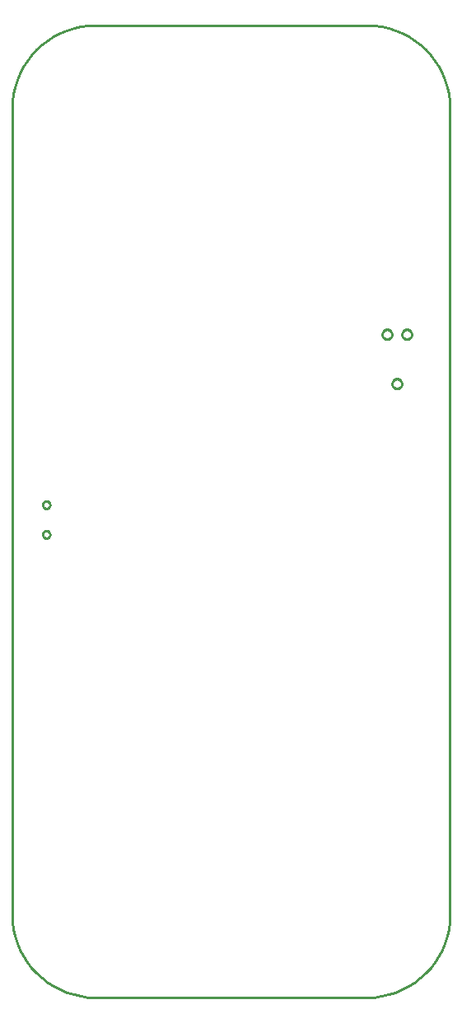
<source format=gko>
G04 EAGLE Gerber RS-274X export*
G75*
%MOMM*%
%FSLAX34Y34*%
%LPD*%
%IN*%
%IPPOS*%
%AMOC8*
5,1,8,0,0,1.08239X$1,22.5*%
G01*
%ADD10C,0.254000*%


D10*
X0Y85355D02*
X325Y77916D01*
X1297Y70533D01*
X2908Y63264D01*
X5148Y56162D01*
X7997Y49283D01*
X11435Y42678D01*
X15436Y36397D01*
X19969Y30490D01*
X25000Y25000D01*
X30490Y19969D01*
X36397Y15436D01*
X42678Y11435D01*
X49283Y7997D01*
X56162Y5148D01*
X63264Y2908D01*
X70533Y1297D01*
X77916Y325D01*
X85355Y0D01*
X364645Y0D01*
X372084Y325D01*
X379467Y1297D01*
X386736Y2908D01*
X393838Y5148D01*
X400717Y7997D01*
X407322Y11435D01*
X413603Y15436D01*
X419510Y19969D01*
X425000Y25000D01*
X430031Y30490D01*
X434564Y36397D01*
X438565Y42678D01*
X442003Y49283D01*
X444852Y56162D01*
X447092Y63264D01*
X448703Y70533D01*
X449675Y77916D01*
X450000Y85355D01*
X450000Y914645D01*
X449675Y922084D01*
X448703Y929467D01*
X447092Y936736D01*
X444852Y943838D01*
X442003Y950717D01*
X438565Y957322D01*
X434564Y963603D01*
X430031Y969510D01*
X425000Y975000D01*
X419510Y980031D01*
X413603Y984564D01*
X407322Y988565D01*
X400717Y992003D01*
X393838Y994852D01*
X386736Y997092D01*
X379467Y998703D01*
X372084Y999675D01*
X364645Y1000000D01*
X85355Y1000000D01*
X77916Y999675D01*
X70533Y998703D01*
X63264Y997092D01*
X56162Y994852D01*
X49283Y992003D01*
X42678Y988565D01*
X36397Y984564D01*
X30490Y980031D01*
X25000Y975000D01*
X19969Y969510D01*
X15436Y963603D01*
X11435Y957322D01*
X7997Y950717D01*
X5148Y943838D01*
X2908Y936736D01*
X1297Y929467D01*
X325Y922084D01*
X0Y914645D01*
X0Y85355D01*
X395778Y636255D02*
X396331Y636193D01*
X396874Y636069D01*
X397399Y635885D01*
X397901Y635644D01*
X398372Y635347D01*
X398807Y635000D01*
X399200Y634607D01*
X399547Y634172D01*
X399844Y633701D01*
X400085Y633199D01*
X400269Y632674D01*
X400393Y632131D01*
X400455Y631578D01*
X400455Y631022D01*
X400393Y630469D01*
X400269Y629926D01*
X400085Y629401D01*
X399844Y628899D01*
X399547Y628428D01*
X399200Y627993D01*
X398807Y627600D01*
X398372Y627253D01*
X397901Y626956D01*
X397399Y626715D01*
X396874Y626531D01*
X396331Y626407D01*
X395778Y626345D01*
X395222Y626345D01*
X394669Y626407D01*
X394126Y626531D01*
X393601Y626715D01*
X393099Y626956D01*
X392628Y627253D01*
X392193Y627600D01*
X391800Y627993D01*
X391453Y628428D01*
X391156Y628899D01*
X390915Y629401D01*
X390731Y629926D01*
X390607Y630469D01*
X390545Y631022D01*
X390545Y631578D01*
X390607Y632131D01*
X390731Y632674D01*
X390915Y633199D01*
X391156Y633701D01*
X391453Y634172D01*
X391800Y634607D01*
X392193Y635000D01*
X392628Y635347D01*
X393099Y635644D01*
X393601Y635885D01*
X394126Y636069D01*
X394669Y636193D01*
X395222Y636255D01*
X395778Y636255D01*
X385618Y687055D02*
X386171Y686993D01*
X386714Y686869D01*
X387239Y686685D01*
X387741Y686444D01*
X388212Y686147D01*
X388647Y685800D01*
X389040Y685407D01*
X389387Y684972D01*
X389684Y684501D01*
X389925Y683999D01*
X390109Y683474D01*
X390233Y682931D01*
X390295Y682378D01*
X390295Y681822D01*
X390233Y681269D01*
X390109Y680726D01*
X389925Y680201D01*
X389684Y679699D01*
X389387Y679228D01*
X389040Y678793D01*
X388647Y678400D01*
X388212Y678053D01*
X387741Y677756D01*
X387239Y677515D01*
X386714Y677331D01*
X386171Y677207D01*
X385618Y677145D01*
X385062Y677145D01*
X384509Y677207D01*
X383966Y677331D01*
X383441Y677515D01*
X382939Y677756D01*
X382468Y678053D01*
X382033Y678400D01*
X381640Y678793D01*
X381293Y679228D01*
X380996Y679699D01*
X380755Y680201D01*
X380571Y680726D01*
X380447Y681269D01*
X380385Y681822D01*
X380385Y682378D01*
X380447Y682931D01*
X380571Y683474D01*
X380755Y683999D01*
X380996Y684501D01*
X381293Y684972D01*
X381640Y685407D01*
X382033Y685800D01*
X382468Y686147D01*
X382939Y686444D01*
X383441Y686685D01*
X383966Y686869D01*
X384509Y686993D01*
X385062Y687055D01*
X385618Y687055D01*
X405938Y687055D02*
X406491Y686993D01*
X407034Y686869D01*
X407559Y686685D01*
X408061Y686444D01*
X408532Y686147D01*
X408967Y685800D01*
X409360Y685407D01*
X409707Y684972D01*
X410004Y684501D01*
X410245Y683999D01*
X410429Y683474D01*
X410553Y682931D01*
X410615Y682378D01*
X410615Y681822D01*
X410553Y681269D01*
X410429Y680726D01*
X410245Y680201D01*
X410004Y679699D01*
X409707Y679228D01*
X409360Y678793D01*
X408967Y678400D01*
X408532Y678053D01*
X408061Y677756D01*
X407559Y677515D01*
X407034Y677331D01*
X406491Y677207D01*
X405938Y677145D01*
X405382Y677145D01*
X404829Y677207D01*
X404286Y677331D01*
X403761Y677515D01*
X403259Y677756D01*
X402788Y678053D01*
X402353Y678400D01*
X401960Y678793D01*
X401613Y679228D01*
X401316Y679699D01*
X401075Y680201D01*
X400891Y680726D01*
X400767Y681269D01*
X400705Y681822D01*
X400705Y682378D01*
X400767Y682931D01*
X400891Y683474D01*
X401075Y683999D01*
X401316Y684501D01*
X401613Y684972D01*
X401960Y685407D01*
X402353Y685800D01*
X402788Y686147D01*
X403259Y686444D01*
X403761Y686685D01*
X404286Y686869D01*
X404829Y686993D01*
X405382Y687055D01*
X405938Y687055D01*
X34754Y502950D02*
X34267Y503014D01*
X33792Y503141D01*
X33338Y503330D01*
X32912Y503575D01*
X32522Y503875D01*
X32175Y504222D01*
X31875Y504612D01*
X31630Y505038D01*
X31441Y505492D01*
X31314Y505967D01*
X31250Y506454D01*
X31250Y506946D01*
X31314Y507433D01*
X31441Y507908D01*
X31630Y508362D01*
X31875Y508788D01*
X32175Y509178D01*
X32522Y509525D01*
X32912Y509825D01*
X33338Y510071D01*
X33792Y510259D01*
X34267Y510386D01*
X34754Y510450D01*
X35246Y510450D01*
X35733Y510386D01*
X36208Y510259D01*
X36662Y510071D01*
X37088Y509825D01*
X37478Y509525D01*
X37825Y509178D01*
X38125Y508788D01*
X38371Y508362D01*
X38559Y507908D01*
X38686Y507433D01*
X38750Y506946D01*
X38750Y506454D01*
X38686Y505967D01*
X38559Y505492D01*
X38371Y505038D01*
X38125Y504612D01*
X37825Y504222D01*
X37478Y503875D01*
X37088Y503575D01*
X36662Y503330D01*
X36208Y503141D01*
X35733Y503014D01*
X35246Y502950D01*
X34754Y502950D01*
X34754Y472450D02*
X34267Y472514D01*
X33792Y472641D01*
X33338Y472830D01*
X32912Y473075D01*
X32522Y473375D01*
X32175Y473722D01*
X31875Y474112D01*
X31630Y474538D01*
X31441Y474992D01*
X31314Y475467D01*
X31250Y475954D01*
X31250Y476446D01*
X31314Y476933D01*
X31441Y477408D01*
X31630Y477862D01*
X31875Y478288D01*
X32175Y478678D01*
X32522Y479025D01*
X32912Y479325D01*
X33338Y479571D01*
X33792Y479759D01*
X34267Y479886D01*
X34754Y479950D01*
X35246Y479950D01*
X35733Y479886D01*
X36208Y479759D01*
X36662Y479571D01*
X37088Y479325D01*
X37478Y479025D01*
X37825Y478678D01*
X38125Y478288D01*
X38371Y477862D01*
X38559Y477408D01*
X38686Y476933D01*
X38750Y476446D01*
X38750Y475954D01*
X38686Y475467D01*
X38559Y474992D01*
X38371Y474538D01*
X38125Y474112D01*
X37825Y473722D01*
X37478Y473375D01*
X37088Y473075D01*
X36662Y472830D01*
X36208Y472641D01*
X35733Y472514D01*
X35246Y472450D01*
X34754Y472450D01*
M02*

</source>
